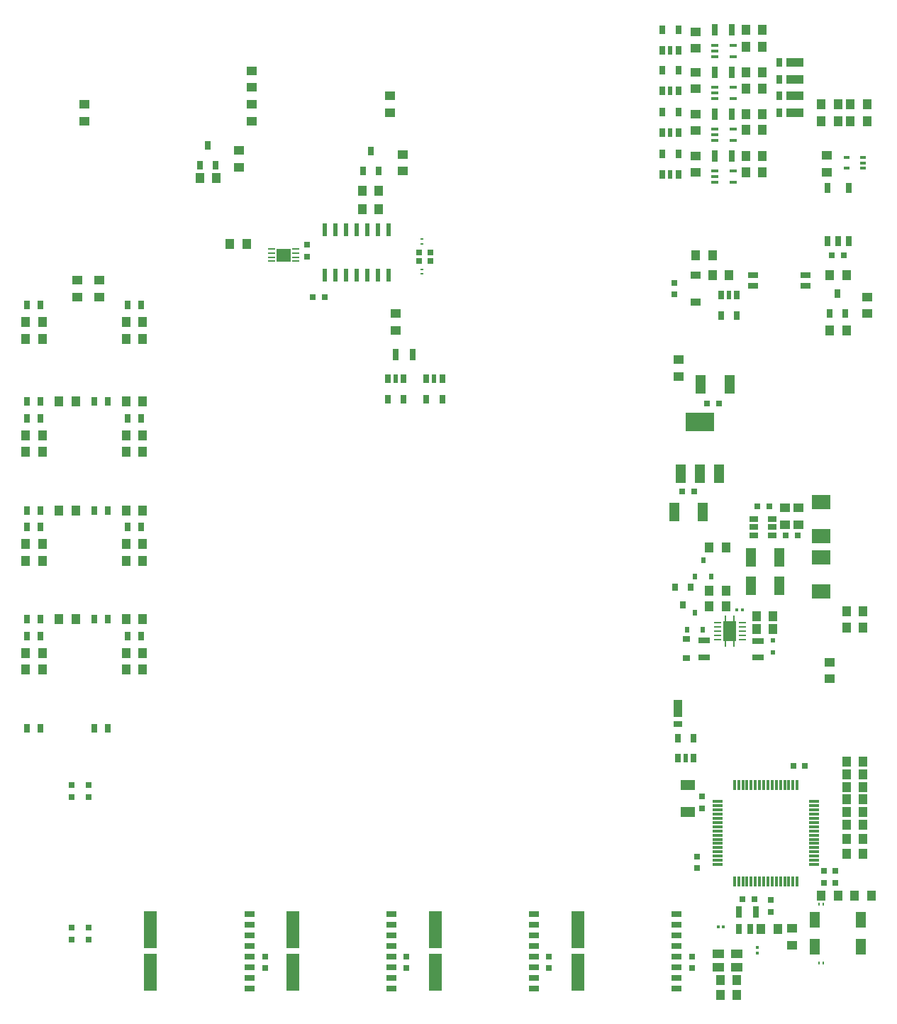
<source format=gbr>
%TF.GenerationSoftware,KiCad,Pcbnew,7.0.1*%
%TF.CreationDate,2023-03-27T08:56:53+09:00*%
%TF.ProjectId,(Eagle)PowerUnit-Bseries(ver2.0),28456167-6c65-4295-906f-776572556e69,rev?*%
%TF.SameCoordinates,Original*%
%TF.FileFunction,Paste,Bot*%
%TF.FilePolarity,Positive*%
%FSLAX46Y46*%
G04 Gerber Fmt 4.6, Leading zero omitted, Abs format (unit mm)*
G04 Created by KiCad (PCBNEW 7.0.1) date 2023-03-27 08:56:53*
%MOMM*%
%LPD*%
G01*
G04 APERTURE LIST*
G04 Aperture macros list*
%AMRoundRect*
0 Rectangle with rounded corners*
0 $1 Rounding radius*
0 $2 $3 $4 $5 $6 $7 $8 $9 X,Y pos of 4 corners*
0 Add a 4 corners polygon primitive as box body*
4,1,4,$2,$3,$4,$5,$6,$7,$8,$9,$2,$3,0*
0 Add four circle primitives for the rounded corners*
1,1,$1+$1,$2,$3*
1,1,$1+$1,$4,$5*
1,1,$1+$1,$6,$7*
1,1,$1+$1,$8,$9*
0 Add four rect primitives between the rounded corners*
20,1,$1+$1,$2,$3,$4,$5,0*
20,1,$1+$1,$4,$5,$6,$7,0*
20,1,$1+$1,$6,$7,$8,$9,0*
20,1,$1+$1,$8,$9,$2,$3,0*%
G04 Aperture macros list end*
%ADD10R,0.700000X0.800000*%
%ADD11R,1.200000X1.000000*%
%ADD12R,0.350000X0.400000*%
%ADD13R,1.000000X1.200000*%
%ADD14R,1.300000X1.900000*%
%ADD15R,0.800000X1.000000*%
%ADD16R,0.600000X1.000000*%
%ADD17R,0.800000X0.700000*%
%ADD18R,1.000000X0.700000*%
%ADD19R,0.650000X1.200000*%
%ADD20R,0.950000X0.450000*%
%ADD21R,1.220000X0.910000*%
%ADD22R,0.600000X1.550000*%
%ADD23R,0.800000X1.400000*%
%ADD24R,0.300000X1.200000*%
%ADD25R,1.200000X0.300000*%
%ADD26R,1.590000X4.440000*%
%ADD27R,1.270000X0.635000*%
%ADD28R,1.200000X2.200000*%
%ADD29R,3.500000X2.200000*%
%ADD30R,2.160000X1.780000*%
%ADD31R,0.750000X0.700000*%
%ADD32R,0.250000X0.300000*%
%ADD33R,0.800000X1.100000*%
%ADD34R,2.000000X1.100000*%
%ADD35R,0.800000X0.400000*%
%ADD36R,1.100000X0.800000*%
%ADD37R,1.100000X2.000000*%
%ADD38R,0.500000X0.530000*%
%ADD39R,0.800000X1.200000*%
%ADD40R,1.400000X0.800000*%
%ADD41RoundRect,0.125000X-0.300000X0.000000X-0.300000X0.000000X0.300000X0.000000X0.300000X0.000000X0*%
%ADD42R,1.800000X1.650000*%
%ADD43R,0.300000X0.250000*%
%ADD44R,0.900000X0.800000*%
%ADD45R,1.200000X2.300000*%
%ADD46R,0.400000X0.350000*%
%ADD47R,1.700000X1.200000*%
%ADD48R,0.600000X0.700000*%
%ADD49R,1.200000X0.800000*%
%ADD50R,0.850000X0.280000*%
%ADD51R,1.650000X2.400000*%
%ADD52R,0.280000X0.700000*%
%ADD53R,1.400000X1.100000*%
%ADD54R,0.800000X0.900000*%
G04 APERTURE END LIST*
D10*
%TO.C,C11*%
X179401100Y-83273600D03*
X180801100Y-83273600D03*
%TD*%
D11*
%TO.C,R78*%
X193701100Y-53603600D03*
X193701100Y-55603600D03*
%TD*%
D12*
%TO.C,C68*%
X183576100Y-107853600D03*
X182926100Y-107853600D03*
%TD*%
D13*
%TO.C,R70*%
X110001100Y-109003600D03*
X112001100Y-109003600D03*
%TD*%
%TO.C,R43*%
X195001100Y-49503600D03*
X193001100Y-49503600D03*
%TD*%
%TO.C,R11*%
X196001100Y-137003600D03*
X198001100Y-137003600D03*
%TD*%
%TO.C,R72*%
X184001100Y-55653600D03*
X186001100Y-55653600D03*
%TD*%
%TO.C,R115*%
X194001100Y-74503600D03*
X196001100Y-74503600D03*
%TD*%
D11*
%TO.C,R18*%
X190311100Y-97713600D03*
X190311100Y-95713600D03*
%TD*%
D13*
%TO.C,R107*%
X110001100Y-115003600D03*
X112001100Y-115003600D03*
%TD*%
D14*
%TO.C,X3*%
X192221100Y-144903600D03*
X197721100Y-144903600D03*
X197721100Y-148103600D03*
X192221100Y-148103600D03*
%TD*%
D15*
%TO.C,U23*%
X174051100Y-45853600D03*
D16*
X175001100Y-45853600D03*
D15*
X175951100Y-45853600D03*
X174051100Y-43453600D03*
X175951100Y-43453600D03*
%TD*%
D13*
%TO.C,R17*%
X180951100Y-153803600D03*
X182951100Y-153803600D03*
%TD*%
%TO.C,R12*%
X181651100Y-105553600D03*
X179651100Y-105553600D03*
%TD*%
D15*
%TO.C,C48*%
X99801100Y-85003600D03*
X98201100Y-85003600D03*
%TD*%
D11*
%TO.C,R59*%
X106801100Y-70503600D03*
X106801100Y-68503600D03*
%TD*%
D13*
%TO.C,R104*%
X98001100Y-113003600D03*
X100001100Y-113003600D03*
%TD*%
%TO.C,R63*%
X102001100Y-96003600D03*
X104001100Y-96003600D03*
%TD*%
D15*
%TO.C,C39*%
X99801100Y-96003600D03*
X98201100Y-96003600D03*
%TD*%
%TO.C,U13*%
X174051100Y-50853600D03*
D16*
X175001100Y-50853600D03*
D15*
X175951100Y-50853600D03*
X174051100Y-48453600D03*
X175951100Y-48453600D03*
%TD*%
%TO.C,C40*%
X107801100Y-96003600D03*
X106201100Y-96003600D03*
%TD*%
D11*
%TO.C,R19*%
X188681100Y-95713600D03*
X188681100Y-97713600D03*
%TD*%
D15*
%TO.C,C54*%
X99801100Y-111003600D03*
X98201100Y-111003600D03*
%TD*%
D13*
%TO.C,R14*%
X138191100Y-60063600D03*
X140191100Y-60063600D03*
%TD*%
D17*
%TO.C,C18*%
X178801100Y-131553600D03*
X178801100Y-130153600D03*
%TD*%
D18*
%TO.C,U5*%
X184991600Y-97053600D03*
X187190600Y-98003600D03*
X187190600Y-97053600D03*
X184991600Y-98953600D03*
X184991600Y-98003600D03*
X187190600Y-98953600D03*
%TD*%
D19*
%TO.C,FB1*%
X184525100Y-145985600D03*
X183175100Y-145985600D03*
%TD*%
D13*
%TO.C,R38*%
X138201100Y-57803600D03*
X140201100Y-57803600D03*
%TD*%
D15*
%TO.C,C59*%
X107801100Y-109003600D03*
X106201100Y-109003600D03*
%TD*%
D13*
%TO.C,R76*%
X181651100Y-107453600D03*
X179651100Y-107453600D03*
%TD*%
D11*
%TO.C,R68*%
X178001100Y-50653600D03*
X178001100Y-48653600D03*
%TD*%
D13*
%TO.C,R7*%
X122401100Y-64203600D03*
X124401100Y-64203600D03*
%TD*%
D11*
%TO.C,R23*%
X178001100Y-40853600D03*
X178001100Y-38853600D03*
%TD*%
D20*
%TO.C,U7*%
X180301100Y-40503600D03*
X182501100Y-40503600D03*
X180301100Y-41803600D03*
X182501100Y-41803600D03*
X180301100Y-41153600D03*
%TD*%
%TO.C,U12*%
X180301100Y-50503600D03*
X182501100Y-50503600D03*
X180301100Y-51803600D03*
X182501100Y-51803600D03*
X180301100Y-51153600D03*
%TD*%
D21*
%TO.C,ZD1*%
X178001100Y-71138600D03*
X178001100Y-67868600D03*
%TD*%
D11*
%TO.C,R28*%
X189536100Y-147910600D03*
X189536100Y-145910600D03*
%TD*%
D13*
%TO.C,R20*%
X181651100Y-100403600D03*
X179651100Y-100403600D03*
%TD*%
%TO.C,R4*%
X196001100Y-67903600D03*
X194001100Y-67903600D03*
%TD*%
D15*
%TO.C,U25*%
X174051100Y-55853600D03*
D16*
X175001100Y-55853600D03*
D15*
X175951100Y-55853600D03*
X174051100Y-53453600D03*
X175951100Y-53453600D03*
%TD*%
D22*
%TO.C,U2*%
X136231100Y-62503600D03*
X137501100Y-62503600D03*
X140041100Y-67903600D03*
X141311100Y-67903600D03*
X134961100Y-67903600D03*
X140041100Y-62503600D03*
X138771100Y-62503600D03*
X134961100Y-62503600D03*
X138771100Y-67903600D03*
X137501100Y-67903600D03*
X136231100Y-67903600D03*
X133691100Y-62503600D03*
X133691100Y-67903600D03*
X141311100Y-62503600D03*
%TD*%
D13*
%TO.C,R29*%
X198001100Y-129003600D03*
X196001100Y-129003600D03*
%TD*%
D11*
%TO.C,R58*%
X104201100Y-70503600D03*
X104201100Y-68503600D03*
%TD*%
D15*
%TO.C,C45*%
X110201100Y-71503600D03*
X111801100Y-71503600D03*
%TD*%
D13*
%TO.C,R42*%
X195001100Y-47503600D03*
X193001100Y-47503600D03*
%TD*%
D23*
%TO.C,C23*%
X183211100Y-143943600D03*
X185211100Y-143943600D03*
%TD*%
D24*
%TO.C,U1*%
X190141100Y-140263600D03*
X189641100Y-140263600D03*
X189141100Y-140263600D03*
X188641100Y-140263600D03*
X188141100Y-140263600D03*
X187641100Y-140263600D03*
X187141100Y-140263600D03*
X186641100Y-140263600D03*
X186141100Y-140263600D03*
X185641100Y-140263600D03*
X185141100Y-140263600D03*
X184641100Y-140263600D03*
X184141100Y-140263600D03*
X183641100Y-140263600D03*
X183141100Y-140263600D03*
X182641100Y-140263600D03*
D25*
X180641100Y-138263600D03*
X180641100Y-137763600D03*
X180641100Y-137263600D03*
X180641100Y-136763600D03*
X180641100Y-136263600D03*
X180641100Y-135763600D03*
X180641100Y-135263600D03*
X180641100Y-134763600D03*
X180641100Y-134263600D03*
X180641100Y-133763600D03*
X180641100Y-133263600D03*
X180641100Y-132763600D03*
X180641100Y-132263600D03*
X180641100Y-131763600D03*
X180641100Y-131263600D03*
X180641100Y-130763600D03*
D24*
X182641100Y-128763600D03*
X183141100Y-128763600D03*
X183641100Y-128763600D03*
X184141100Y-128763600D03*
X184641100Y-128763600D03*
X185141100Y-128763600D03*
X185641100Y-128763600D03*
X186141100Y-128763600D03*
X186641100Y-128763600D03*
X187141100Y-128763600D03*
X187641100Y-128763600D03*
X188141100Y-128763600D03*
X188641100Y-128763600D03*
X189141100Y-128763600D03*
X189641100Y-128763600D03*
X190141100Y-128763600D03*
D25*
X192141100Y-130763600D03*
X192141100Y-131263600D03*
X192141100Y-131763600D03*
X192141100Y-132263600D03*
X192141100Y-132763600D03*
X192141100Y-133263600D03*
X192141100Y-133763600D03*
X192141100Y-134263600D03*
X192141100Y-134763600D03*
X192141100Y-135263600D03*
X192141100Y-135763600D03*
X192141100Y-136263600D03*
X192141100Y-136763600D03*
X192141100Y-137263600D03*
X192141100Y-137763600D03*
X192141100Y-138263600D03*
%TD*%
D15*
%TO.C,TR2*%
X140201100Y-55503600D03*
X139251100Y-53103600D03*
X138301100Y-55503600D03*
%TD*%
D13*
%TO.C,R99*%
X98001100Y-100003600D03*
X100001100Y-100003600D03*
%TD*%
D17*
%TO.C,C33*%
X105501100Y-128803600D03*
X105501100Y-130203600D03*
%TD*%
D26*
%TO.C,U8*%
X146936100Y-146063600D03*
X146936100Y-151163600D03*
D27*
X158726100Y-145438600D03*
X158726100Y-146708600D03*
X158726100Y-150518600D03*
X158726100Y-151788600D03*
X158726100Y-149248600D03*
X158726100Y-147978600D03*
X158726100Y-144168600D03*
X158726100Y-153058600D03*
%TD*%
D10*
%TO.C,C8*%
X188801100Y-99003600D03*
X190201100Y-99003600D03*
%TD*%
D28*
%TO.C,U$4*%
X180801100Y-91603600D03*
X176201100Y-91603600D03*
X178501100Y-91603600D03*
D29*
X178501100Y-85403600D03*
%TD*%
D15*
%TO.C,TR1*%
X120701100Y-54823600D03*
X119751100Y-52423600D03*
X118801100Y-54823600D03*
%TD*%
D13*
%TO.C,R30*%
X198001100Y-130503600D03*
X196001100Y-130503600D03*
%TD*%
%TO.C,R33*%
X110001100Y-83003600D03*
X112001100Y-83003600D03*
%TD*%
%TO.C,R31*%
X198001100Y-132003600D03*
X196001100Y-132003600D03*
%TD*%
D26*
%TO.C,U9*%
X163936100Y-146063600D03*
X163936100Y-151163600D03*
D27*
X175726100Y-145438600D03*
X175726100Y-146708600D03*
X175726100Y-150518600D03*
X175726100Y-151788600D03*
X175726100Y-149248600D03*
X175726100Y-147978600D03*
X175726100Y-144168600D03*
X175726100Y-153058600D03*
%TD*%
D13*
%TO.C,R27*%
X185831100Y-145985600D03*
X187831100Y-145985600D03*
%TD*%
D30*
%TO.C,D1*%
X193001100Y-95028600D03*
X193001100Y-99078600D03*
%TD*%
D31*
%TO.C,X1*%
X146376100Y-66203600D03*
X145026100Y-65203600D03*
X146376100Y-65203600D03*
X145026100Y-66203600D03*
%TD*%
D26*
%TO.C,U6*%
X129936100Y-146063600D03*
X129936100Y-151163600D03*
D27*
X141726100Y-145438600D03*
X141726100Y-146708600D03*
X141726100Y-150518600D03*
X141726100Y-151788600D03*
X141726100Y-149248600D03*
X141726100Y-147978600D03*
X141726100Y-144168600D03*
X141726100Y-153058600D03*
%TD*%
D13*
%TO.C,R56*%
X110001100Y-75503600D03*
X112001100Y-75503600D03*
%TD*%
%TO.C,R48*%
X195001100Y-142003600D03*
X193001100Y-142003600D03*
%TD*%
D10*
%TO.C,C65*%
X194301100Y-65503600D03*
X195701100Y-65503600D03*
%TD*%
D15*
%TO.C,U17*%
X143151100Y-80303600D03*
D16*
X142201100Y-80303600D03*
D15*
X141251100Y-80303600D03*
X143151100Y-82703600D03*
X141251100Y-82703600D03*
%TD*%
D13*
%TO.C,R55*%
X110001100Y-73503600D03*
X112001100Y-73503600D03*
%TD*%
D32*
%TO.C,C30*%
X193276100Y-143003600D03*
X192726100Y-143003600D03*
%TD*%
D15*
%TO.C,C51*%
X99801100Y-98003600D03*
X98201100Y-98003600D03*
%TD*%
D11*
%TO.C,R13*%
X105001100Y-49503600D03*
X105001100Y-47503600D03*
%TD*%
D13*
%TO.C,R67*%
X98001100Y-87003600D03*
X100001100Y-87003600D03*
%TD*%
D15*
%TO.C,C52*%
X110201100Y-98003600D03*
X111801100Y-98003600D03*
%TD*%
D13*
%TO.C,R52*%
X198001100Y-110003600D03*
X196001100Y-110003600D03*
%TD*%
D33*
%TO.C,SB4*%
X188001100Y-48503600D03*
D34*
X189901100Y-48503600D03*
%TD*%
D35*
%TO.C,U26*%
X197951100Y-55153600D03*
X197951100Y-54503600D03*
X197951100Y-53853600D03*
X196051100Y-55153600D03*
X196051100Y-53853600D03*
%TD*%
D13*
%TO.C,R25*%
X198001100Y-126003600D03*
X196001100Y-126003600D03*
%TD*%
D10*
%TO.C,C6*%
X185401100Y-95503600D03*
X186801100Y-95503600D03*
%TD*%
D13*
%TO.C,R22*%
X184001100Y-38653600D03*
X186001100Y-38653600D03*
%TD*%
%TO.C,R41*%
X198001100Y-133503600D03*
X196001100Y-133503600D03*
%TD*%
%TO.C,R123*%
X178001100Y-65503600D03*
X180001100Y-65503600D03*
%TD*%
%TO.C,R16*%
X180951100Y-152103600D03*
X182951100Y-152103600D03*
%TD*%
D36*
%TO.C,SB7*%
X175901100Y-121503600D03*
D37*
X175901100Y-119603600D03*
%TD*%
D15*
%TO.C,U18*%
X147751100Y-80303600D03*
D16*
X146801100Y-80303600D03*
D15*
X145851100Y-80303600D03*
X147751100Y-82703600D03*
X145851100Y-82703600D03*
%TD*%
D11*
%TO.C,R40*%
X143001100Y-55503600D03*
X143001100Y-53503600D03*
%TD*%
D15*
%TO.C,U22*%
X175851100Y-125603600D03*
D16*
X176801100Y-125603600D03*
D15*
X177751100Y-125603600D03*
X175851100Y-123203600D03*
X177751100Y-123203600D03*
%TD*%
D13*
%TO.C,R66*%
X184001100Y-50553600D03*
X186001100Y-50553600D03*
%TD*%
D17*
%TO.C,C19*%
X178201100Y-137313600D03*
X178201100Y-138713600D03*
%TD*%
D15*
%TO.C,TR3*%
X195901100Y-72503600D03*
X194951100Y-70103600D03*
X194001100Y-72503600D03*
%TD*%
D10*
%TO.C,C13*%
X132301100Y-70493600D03*
X133701100Y-70493600D03*
%TD*%
%TO.C,C20*%
X191051100Y-126503600D03*
X189651100Y-126503600D03*
%TD*%
D13*
%TO.C,R50*%
X198001100Y-135203600D03*
X196001100Y-135203600D03*
%TD*%
D38*
%TO.C,D3*%
X187201100Y-112938600D03*
X187201100Y-111468600D03*
%TD*%
D11*
%TO.C,R34*%
X125001100Y-43503600D03*
X125001100Y-45503600D03*
%TD*%
%TO.C,R73*%
X178001100Y-55653600D03*
X178001100Y-53653600D03*
%TD*%
D13*
%TO.C,R65*%
X186001100Y-48653600D03*
X184001100Y-48653600D03*
%TD*%
D11*
%TO.C,R15*%
X176001100Y-78003600D03*
X176001100Y-80003600D03*
%TD*%
D13*
%TO.C,R71*%
X186001100Y-53653600D03*
X184001100Y-53653600D03*
%TD*%
D39*
%TO.C,TLP1*%
X193731100Y-57503600D03*
X196271100Y-57503600D03*
X196271100Y-63803600D03*
X193731100Y-63803600D03*
X195001100Y-63803600D03*
%TD*%
D13*
%TO.C,R24*%
X102001100Y-83003600D03*
X104001100Y-83003600D03*
%TD*%
D15*
%TO.C,U21*%
X182951100Y-70303600D03*
D16*
X182001100Y-70303600D03*
D15*
X181051100Y-70303600D03*
X182951100Y-72703600D03*
X181051100Y-72703600D03*
%TD*%
D13*
%TO.C,R21*%
X186001100Y-40653600D03*
X184001100Y-40653600D03*
%TD*%
D17*
%TO.C,C14*%
X131651100Y-65673600D03*
X131651100Y-64273600D03*
%TD*%
D40*
%TO.C,C67*%
X185451100Y-111553600D03*
X185451100Y-113553600D03*
%TD*%
D13*
%TO.C,R121*%
X182001100Y-67903600D03*
X180001100Y-67903600D03*
%TD*%
%TO.C,R51*%
X196001100Y-108003600D03*
X198001100Y-108003600D03*
%TD*%
D17*
%TO.C,C37*%
X126582100Y-150643600D03*
X126582100Y-149243600D03*
%TD*%
D11*
%TO.C,R35*%
X125001100Y-47503600D03*
X125001100Y-49503600D03*
%TD*%
D40*
%TO.C,C69*%
X179001100Y-111503600D03*
X179001100Y-113503600D03*
%TD*%
D12*
%TO.C,C28*%
X181326100Y-145683600D03*
X180676100Y-145683600D03*
%TD*%
D11*
%TO.C,R77*%
X198501100Y-70503600D03*
X198501100Y-72503600D03*
%TD*%
D23*
%TO.C,C71*%
X142201100Y-77403600D03*
X144201100Y-77403600D03*
%TD*%
D41*
%TO.C,U$1*%
X127351100Y-65253600D03*
X127351100Y-65753600D03*
D42*
X128801100Y-65503600D03*
D41*
X130251100Y-66253600D03*
X127351100Y-64753600D03*
X130251100Y-64753600D03*
X130251100Y-65753600D03*
X127351100Y-66253600D03*
X130251100Y-65253600D03*
%TD*%
D13*
%TO.C,R1*%
X98001100Y-73503600D03*
X100001100Y-73503600D03*
%TD*%
D43*
%TO.C,C16*%
X145301100Y-64178600D03*
X145301100Y-63628600D03*
%TD*%
D13*
%TO.C,R96*%
X110001100Y-87003600D03*
X112001100Y-87003600D03*
%TD*%
D44*
%TO.C,SB6*%
X176901100Y-113653600D03*
X176901100Y-111353600D03*
%TD*%
D13*
%TO.C,R54*%
X98001100Y-75503600D03*
X100001100Y-75503600D03*
%TD*%
D10*
%TO.C,C22*%
X183638100Y-142426600D03*
X185038100Y-142426600D03*
%TD*%
D13*
%TO.C,R102*%
X110001100Y-102003600D03*
X112001100Y-102003600D03*
%TD*%
D45*
%TO.C,C12*%
X178631100Y-80963600D03*
X182031100Y-80963600D03*
%TD*%
D13*
%TO.C,R74*%
X185251100Y-110153600D03*
X187251100Y-110153600D03*
%TD*%
D10*
%TO.C,C36*%
X193301100Y-140503600D03*
X194701100Y-140503600D03*
%TD*%
D20*
%TO.C,U24*%
X180301100Y-55503600D03*
X182501100Y-55503600D03*
X180301100Y-56803600D03*
X182501100Y-56803600D03*
X180301100Y-56153600D03*
%TD*%
D43*
%TO.C,C17*%
X145301100Y-67228600D03*
X145301100Y-67778600D03*
%TD*%
D13*
%TO.C,R75*%
X187251100Y-108653600D03*
X185251100Y-108653600D03*
%TD*%
D15*
%TO.C,C44*%
X99801100Y-71503600D03*
X98201100Y-71503600D03*
%TD*%
D13*
%TO.C,R95*%
X98001100Y-89003600D03*
X100001100Y-89003600D03*
%TD*%
D33*
%TO.C,SB1*%
X188001100Y-42503600D03*
D34*
X189901100Y-42503600D03*
%TD*%
D11*
%TO.C,R39*%
X123501100Y-55003600D03*
X123501100Y-53003600D03*
%TD*%
D46*
%TO.C,C27*%
X185401100Y-148178600D03*
X185401100Y-148828600D03*
%TD*%
D45*
%TO.C,C9*%
X175431100Y-96163600D03*
X178831100Y-96163600D03*
%TD*%
D13*
%TO.C,R100*%
X98001100Y-102003600D03*
X100001100Y-102003600D03*
%TD*%
D20*
%TO.C,U11*%
X180301100Y-45503600D03*
X182501100Y-45503600D03*
X180301100Y-46803600D03*
X182501100Y-46803600D03*
X180301100Y-46153600D03*
%TD*%
D15*
%TO.C,C41*%
X99801100Y-83003600D03*
X98201100Y-83003600D03*
%TD*%
D11*
%TO.C,R36*%
X141501100Y-46503600D03*
X141501100Y-48503600D03*
%TD*%
D13*
%TO.C,R44*%
X196501100Y-47503600D03*
X198501100Y-47503600D03*
%TD*%
D17*
%TO.C,C57*%
X160505100Y-150647600D03*
X160505100Y-149247600D03*
%TD*%
%TO.C,C31*%
X103501100Y-145803600D03*
X103501100Y-147203600D03*
%TD*%
D13*
%TO.C,R69*%
X102001100Y-109003600D03*
X104001100Y-109003600D03*
%TD*%
D32*
%TO.C,C29*%
X193276100Y-150003600D03*
X192726100Y-150003600D03*
%TD*%
D10*
%TO.C,C10*%
X176441100Y-93743600D03*
X177841100Y-93743600D03*
%TD*%
D13*
%TO.C,R26*%
X198001100Y-127503600D03*
X196001100Y-127503600D03*
%TD*%
D15*
%TO.C,C55*%
X110201100Y-111003600D03*
X111801100Y-111003600D03*
%TD*%
D30*
%TO.C,D2*%
X193001100Y-105678600D03*
X193001100Y-101628600D03*
%TD*%
D13*
%TO.C,R60*%
X186001100Y-45653600D03*
X184001100Y-45653600D03*
%TD*%
D47*
%TO.C,C24*%
X177051100Y-132013600D03*
X177051100Y-128813600D03*
%TD*%
D26*
%TO.C,U4*%
X112936100Y-146063600D03*
X112936100Y-151163600D03*
D27*
X124726100Y-145438600D03*
X124726100Y-146708600D03*
X124726100Y-150518600D03*
X124726100Y-151788600D03*
X124726100Y-149248600D03*
X124726100Y-147978600D03*
X124726100Y-144168600D03*
X124726100Y-153058600D03*
%TD*%
D13*
%TO.C,R90*%
X196501100Y-49503600D03*
X198501100Y-49503600D03*
%TD*%
D48*
%TO.C,Q11*%
X179851100Y-103903600D03*
X178901100Y-101903600D03*
X177951100Y-103903600D03*
%TD*%
D33*
%TO.C,SB3*%
X188001100Y-46503600D03*
D34*
X189901100Y-46503600D03*
%TD*%
D13*
%TO.C,R49*%
X197001100Y-142003600D03*
X199001100Y-142003600D03*
%TD*%
D23*
%TO.C,C53*%
X180301100Y-48653600D03*
X182301100Y-48653600D03*
%TD*%
D11*
%TO.C,R120*%
X142201100Y-74503600D03*
X142201100Y-72503600D03*
%TD*%
D15*
%TO.C,C63*%
X107801100Y-122003600D03*
X106201100Y-122003600D03*
%TD*%
D23*
%TO.C,C50*%
X180301100Y-43653600D03*
X182301100Y-43653600D03*
%TD*%
D17*
%TO.C,C61*%
X177605100Y-150659600D03*
X177605100Y-149259600D03*
%TD*%
D10*
%TO.C,C21*%
X193301100Y-139003600D03*
X194701100Y-139003600D03*
%TD*%
D17*
%TO.C,C38*%
X143488100Y-150643600D03*
X143488100Y-149243600D03*
%TD*%
D33*
%TO.C,SB2*%
X188001100Y-44503600D03*
D34*
X189901100Y-44503600D03*
%TD*%
D15*
%TO.C,C49*%
X110201100Y-85003600D03*
X111801100Y-85003600D03*
%TD*%
D48*
%TO.C,Q12*%
X178851100Y-110203600D03*
X177901100Y-108203600D03*
X176951100Y-110203600D03*
%TD*%
D13*
%TO.C,R61*%
X184001100Y-43653600D03*
X186001100Y-43653600D03*
%TD*%
D17*
%TO.C,C34*%
X105501100Y-145803600D03*
X105501100Y-147203600D03*
%TD*%
D49*
%TO.C,U20*%
X191151100Y-67868600D03*
X191151100Y-69138600D03*
X184851100Y-67868600D03*
X184851100Y-69138600D03*
%TD*%
D13*
%TO.C,R105*%
X98001100Y-115003600D03*
X100001100Y-115003600D03*
%TD*%
D15*
%TO.C,U10*%
X174051100Y-41053600D03*
D16*
X175001100Y-41053600D03*
D15*
X175951100Y-41053600D03*
X174051100Y-38653600D03*
X175951100Y-38653600D03*
%TD*%
D50*
%TO.C,U15*%
X183576100Y-109403600D03*
X180626100Y-109903600D03*
X183576100Y-109903600D03*
D51*
X182101100Y-110403600D03*
D52*
X182601100Y-108853600D03*
X181601100Y-108853600D03*
X182601100Y-111953600D03*
X181601100Y-111953600D03*
D50*
X180626100Y-109403600D03*
X183576100Y-110403600D03*
X183576100Y-110903600D03*
X183576100Y-111403600D03*
X180626100Y-110403600D03*
X180626100Y-110903600D03*
X180626100Y-111403600D03*
%TD*%
D17*
%TO.C,C73*%
X175501100Y-68803600D03*
X175501100Y-70203600D03*
%TD*%
D13*
%TO.C,R37*%
X118801100Y-56286400D03*
X120801100Y-56286400D03*
%TD*%
D17*
%TO.C,C26*%
X187001100Y-142513600D03*
X187001100Y-143913600D03*
%TD*%
D15*
%TO.C,C58*%
X99801100Y-109003600D03*
X98201100Y-109003600D03*
%TD*%
%TO.C,C42*%
X107801100Y-83003600D03*
X106201100Y-83003600D03*
%TD*%
D13*
%TO.C,R64*%
X110001100Y-96003600D03*
X112001100Y-96003600D03*
%TD*%
D17*
%TO.C,C32*%
X103501100Y-128803600D03*
X103501100Y-130203600D03*
%TD*%
D53*
%TO.C,X2*%
X182951100Y-150503600D03*
X180751100Y-150503600D03*
X180751100Y-148903600D03*
X182951100Y-148903600D03*
%TD*%
D54*
%TO.C,Q2*%
X176501100Y-107253600D03*
X175551100Y-105153600D03*
X177451100Y-105153600D03*
%TD*%
D15*
%TO.C,C62*%
X99801100Y-122003600D03*
X98201100Y-122003600D03*
%TD*%
D13*
%TO.C,R106*%
X110001100Y-113003600D03*
X112001100Y-113003600D03*
%TD*%
D45*
%TO.C,C4*%
X188001100Y-101603600D03*
X184601100Y-101603600D03*
%TD*%
D13*
%TO.C,R101*%
X110001100Y-100003600D03*
X112001100Y-100003600D03*
%TD*%
D45*
%TO.C,C5*%
X188001100Y-105003600D03*
X184601100Y-105003600D03*
%TD*%
D23*
%TO.C,C56*%
X180301100Y-53653600D03*
X182301100Y-53653600D03*
%TD*%
D13*
%TO.C,R97*%
X112001100Y-89003600D03*
X110001100Y-89003600D03*
%TD*%
D11*
%TO.C,R53*%
X194001100Y-116103600D03*
X194001100Y-114103600D03*
%TD*%
%TO.C,R62*%
X178001100Y-45653600D03*
X178001100Y-43653600D03*
%TD*%
D23*
%TO.C,C47*%
X180301100Y-38653600D03*
X182301100Y-38653600D03*
%TD*%
M02*

</source>
